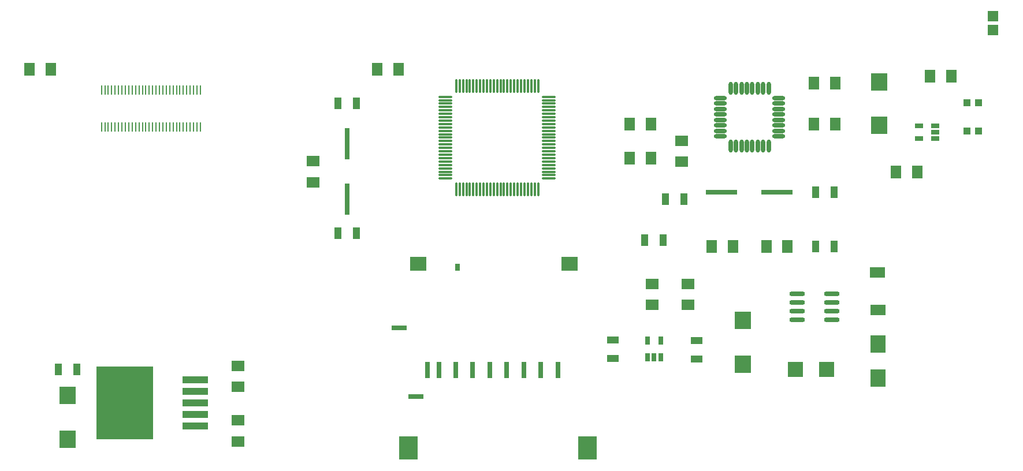
<source format=gtp>
%FSLAX25Y25*%
%MOIN*%
G70*
G01*
G75*
G04 Layer_Color=8421504*
%ADD10R,0.05906X0.07480*%
%ADD11R,0.07480X0.05906*%
%ADD12R,0.04331X0.06693*%
%ADD13R,0.06299X0.06299*%
%ADD14R,0.04331X0.03937*%
%ADD15R,0.08661X0.10236*%
%ADD16R,0.02756X0.05118*%
%ADD17R,0.09449X0.10236*%
%ADD18O,0.02362X0.07677*%
%ADD19O,0.07677X0.02362*%
%ADD20R,0.05118X0.02756*%
%ADD21O,0.01181X0.08268*%
%ADD22O,0.08268X0.01181*%
%ADD23R,0.06693X0.04331*%
%ADD24R,0.09055X0.09055*%
%ADD25R,0.33071X0.41929*%
%ADD26R,0.14961X0.04134*%
%ADD27O,0.09055X0.02756*%
%ADD28R,0.03150X0.18110*%
%ADD29R,0.18110X0.03150*%
%ADD30R,0.08858X0.03150*%
%ADD31R,0.10630X0.13780*%
%ADD32R,0.03150X0.09449*%
%ADD33R,0.03150X0.03937*%
%ADD34R,0.09449X0.07874*%
%ADD35R,0.00984X0.05512*%
%ADD36R,0.08661X0.05906*%
%ADD37C,0.01575*%
%ADD38C,0.00598*%
%ADD39C,0.03937*%
%ADD40C,0.03150*%
%ADD41C,0.00787*%
%ADD42C,0.02756*%
%ADD43C,0.12598*%
%ADD44R,0.05906X0.05906*%
%ADD45C,0.05906*%
%ADD46R,0.05906X0.05906*%
%ADD47C,0.19685*%
%ADD48C,0.06000*%
%ADD49C,0.13780*%
%ADD50C,0.09055*%
%ADD51C,0.12661*%
%ADD52P,0.06213X8X112.5*%
%ADD53O,0.04724X0.09843*%
%ADD54C,0.05000*%
%ADD55R,0.05709X0.07677*%
%ADD56R,0.04724X0.11024*%
%ADD57R,0.11024X0.11024*%
%ADD58C,0.00984*%
%ADD59C,0.02362*%
%ADD60C,0.01000*%
D10*
X29724Y224410D02*
D03*
X17520D02*
D03*
X230512D02*
D03*
X218307D02*
D03*
X376181Y173229D02*
D03*
X363976D02*
D03*
X376181Y192913D02*
D03*
X363976D02*
D03*
X482480Y192913D02*
D03*
X470276D02*
D03*
X482480Y216535D02*
D03*
X470276D02*
D03*
X529724Y165354D02*
D03*
X517520D02*
D03*
X442717Y122047D02*
D03*
X454921D02*
D03*
X423425D02*
D03*
X411220D02*
D03*
X549409Y220473D02*
D03*
X537205D02*
D03*
D11*
X393701Y183268D02*
D03*
Y171063D02*
D03*
X397638Y100591D02*
D03*
Y88386D02*
D03*
X376772Y100591D02*
D03*
Y88386D02*
D03*
X181102Y171457D02*
D03*
Y159252D02*
D03*
X137795Y21850D02*
D03*
Y9646D02*
D03*
Y53347D02*
D03*
Y41142D02*
D03*
D12*
X395079Y149606D02*
D03*
X384449D02*
D03*
X471063Y122047D02*
D03*
X481693D02*
D03*
X481693Y153543D02*
D03*
X471063D02*
D03*
X44685Y51181D02*
D03*
X34055D02*
D03*
X383268Y125984D02*
D03*
X372638D02*
D03*
X195472Y129921D02*
D03*
X206102D02*
D03*
Y204725D02*
D03*
X195473D02*
D03*
D13*
X573622Y255118D02*
D03*
Y247244D02*
D03*
D14*
X558465Y188976D02*
D03*
X565158D02*
D03*
Y205118D02*
D03*
X558465D02*
D03*
D15*
X507087Y46063D02*
D03*
Y65748D02*
D03*
D16*
X374213Y67716D02*
D03*
X381693D02*
D03*
Y58268D02*
D03*
X377953D02*
D03*
X374213D02*
D03*
D17*
X39370Y36220D02*
D03*
Y11024D02*
D03*
X429134Y79527D02*
D03*
Y54331D02*
D03*
X507874Y192126D02*
D03*
Y217323D02*
D03*
D18*
X422047Y213583D02*
D03*
X425197D02*
D03*
X428346D02*
D03*
X431496D02*
D03*
X434646D02*
D03*
X437795D02*
D03*
X440945D02*
D03*
X444095D02*
D03*
Y180118D02*
D03*
X440945D02*
D03*
X437795D02*
D03*
X434646D02*
D03*
X431496D02*
D03*
X428346D02*
D03*
X425197D02*
D03*
X422047D02*
D03*
D19*
X449803Y207874D02*
D03*
Y204724D02*
D03*
Y201575D02*
D03*
Y198425D02*
D03*
Y195276D02*
D03*
Y192126D02*
D03*
Y188976D02*
D03*
Y185827D02*
D03*
X416339D02*
D03*
Y188976D02*
D03*
Y192126D02*
D03*
Y195276D02*
D03*
Y198425D02*
D03*
Y201575D02*
D03*
Y204724D02*
D03*
Y207874D02*
D03*
D20*
X530709Y184449D02*
D03*
Y191929D02*
D03*
X540158D02*
D03*
Y188189D02*
D03*
Y184449D02*
D03*
D21*
X311024Y155118D02*
D03*
X309055D02*
D03*
X307087D02*
D03*
X305118D02*
D03*
X303150D02*
D03*
X301181D02*
D03*
X299213D02*
D03*
X297244D02*
D03*
X295276D02*
D03*
X293307D02*
D03*
X291339D02*
D03*
X289370D02*
D03*
X287402D02*
D03*
X285433D02*
D03*
X283465D02*
D03*
X281496D02*
D03*
X279528D02*
D03*
X277559D02*
D03*
X275590D02*
D03*
X273622D02*
D03*
X271654D02*
D03*
X269685D02*
D03*
X267717D02*
D03*
X265748D02*
D03*
X263779D02*
D03*
Y214961D02*
D03*
X265748D02*
D03*
X267717D02*
D03*
X269685D02*
D03*
X271654D02*
D03*
X273622D02*
D03*
X275590D02*
D03*
X277559D02*
D03*
X279528D02*
D03*
X281496D02*
D03*
X283465D02*
D03*
X285433D02*
D03*
X287402D02*
D03*
X289370D02*
D03*
X291339D02*
D03*
X293307D02*
D03*
X295276D02*
D03*
X297244D02*
D03*
X299213D02*
D03*
X301181D02*
D03*
X303150D02*
D03*
X305118D02*
D03*
X307087D02*
D03*
X309055D02*
D03*
X311024D02*
D03*
D22*
X257480Y161417D02*
D03*
Y163386D02*
D03*
Y165354D02*
D03*
Y167323D02*
D03*
Y169291D02*
D03*
Y171260D02*
D03*
Y173228D02*
D03*
Y175197D02*
D03*
Y177165D02*
D03*
Y179134D02*
D03*
Y181102D02*
D03*
Y183071D02*
D03*
Y185039D02*
D03*
Y187008D02*
D03*
Y188976D02*
D03*
Y190945D02*
D03*
Y192913D02*
D03*
Y194882D02*
D03*
Y196850D02*
D03*
Y198819D02*
D03*
Y200787D02*
D03*
Y202756D02*
D03*
Y204724D02*
D03*
Y206693D02*
D03*
Y208661D02*
D03*
X317323D02*
D03*
Y206693D02*
D03*
Y204724D02*
D03*
Y202756D02*
D03*
Y200787D02*
D03*
Y198819D02*
D03*
Y196850D02*
D03*
Y194882D02*
D03*
Y192913D02*
D03*
Y190945D02*
D03*
Y188976D02*
D03*
Y187008D02*
D03*
Y185039D02*
D03*
Y183071D02*
D03*
Y181102D02*
D03*
Y179134D02*
D03*
Y177165D02*
D03*
Y175197D02*
D03*
Y173228D02*
D03*
Y171260D02*
D03*
Y169291D02*
D03*
Y167323D02*
D03*
Y165354D02*
D03*
Y163386D02*
D03*
Y161417D02*
D03*
D23*
X354331Y68307D02*
D03*
Y57677D02*
D03*
X402362Y57284D02*
D03*
Y67914D02*
D03*
D24*
X477362Y51181D02*
D03*
X459646D02*
D03*
D25*
X72504Y31756D02*
D03*
D26*
X113055Y45142D02*
D03*
Y38449D02*
D03*
Y31756D02*
D03*
Y25063D02*
D03*
Y18370D02*
D03*
D27*
X480512Y79901D02*
D03*
Y84901D02*
D03*
Y89902D02*
D03*
Y94902D02*
D03*
X460433Y79901D02*
D03*
Y84901D02*
D03*
Y89902D02*
D03*
Y94902D02*
D03*
D28*
X200787Y181496D02*
D03*
Y149606D02*
D03*
D29*
X416929Y153543D02*
D03*
X448819D02*
D03*
D30*
X240551Y35433D02*
D03*
X230709Y75197D02*
D03*
D31*
X236221Y5906D02*
D03*
X339370D02*
D03*
D32*
X247244Y50787D02*
D03*
X253937D02*
D03*
X263386D02*
D03*
X273228D02*
D03*
X283071D02*
D03*
X292913D02*
D03*
X302756D02*
D03*
X312598D02*
D03*
X322441D02*
D03*
D33*
X264567Y110236D02*
D03*
D34*
X241732Y112205D02*
D03*
X329134D02*
D03*
D35*
X59055Y191098D02*
D03*
X61024D02*
D03*
X62992D02*
D03*
X64961D02*
D03*
X66929D02*
D03*
X68898D02*
D03*
X70866D02*
D03*
X72835D02*
D03*
X74803D02*
D03*
X76772D02*
D03*
X78740D02*
D03*
X80709D02*
D03*
X82677D02*
D03*
X84646D02*
D03*
X86614D02*
D03*
X88583D02*
D03*
X90551D02*
D03*
X92520D02*
D03*
X94488D02*
D03*
X96457D02*
D03*
X98425D02*
D03*
X100394D02*
D03*
X102362D02*
D03*
X104331D02*
D03*
X106299D02*
D03*
X108268D02*
D03*
X110236D02*
D03*
X112205D02*
D03*
X114173D02*
D03*
X116142D02*
D03*
Y212598D02*
D03*
X114173D02*
D03*
X112205D02*
D03*
X110236D02*
D03*
X108268D02*
D03*
X106299D02*
D03*
X104331D02*
D03*
X102362D02*
D03*
X100394D02*
D03*
X98425D02*
D03*
X96457D02*
D03*
X94488D02*
D03*
X92520D02*
D03*
X90551D02*
D03*
X88583D02*
D03*
X86614D02*
D03*
X84646D02*
D03*
X82677D02*
D03*
X80709D02*
D03*
X78740D02*
D03*
X76772D02*
D03*
X74803D02*
D03*
X72835D02*
D03*
X70866D02*
D03*
X68898D02*
D03*
X66929D02*
D03*
X64961D02*
D03*
X62992D02*
D03*
X61024D02*
D03*
X59055D02*
D03*
D36*
X506693Y107087D02*
D03*
X507087Y85433D02*
D03*
M02*

</source>
